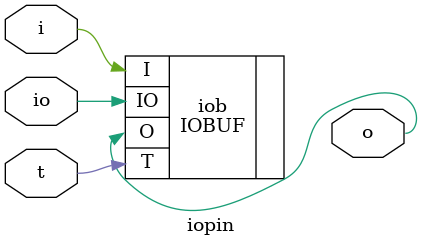
<source format=v>
`timescale 1ns / 1ps


module iopin(
    input i,
    output o,
    input t,
    inout io
    );
    IOBUF iob (.O(o), .IO(io), .I(i), .T(t));
endmodule

</source>
